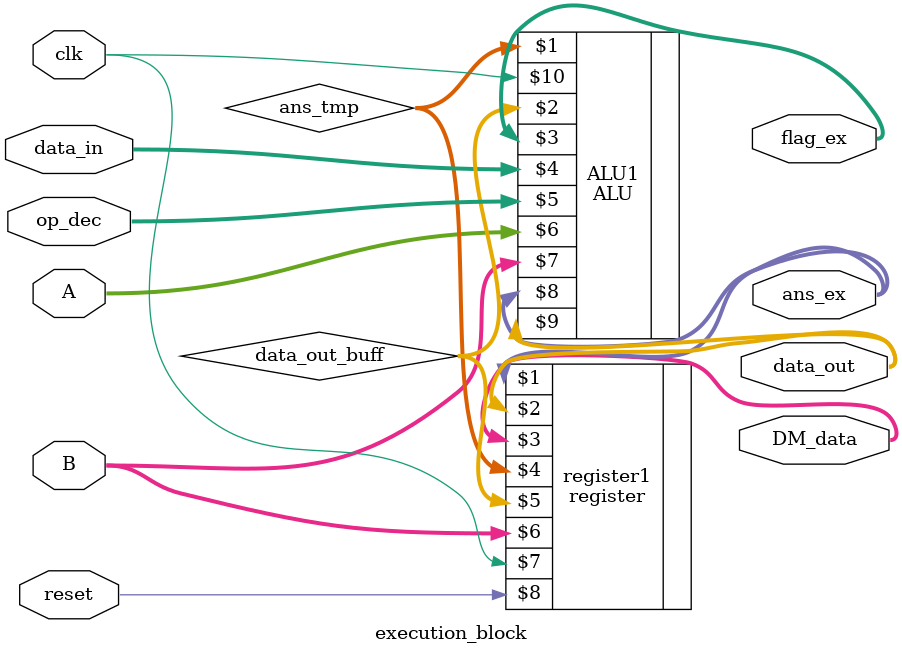
<source format=v>
`timescale 1ns / 1ps
module execution_block(
    output [7:0] ans_ex,
    output [7:0] DM_data,
    output [7:0] data_out,
    output [3:0] flag_ex,
    input [7:0] A,
    input [7:0] B,
	 input [7:0] data_in,
    input [4:0] op_dec,
    input clk,
    input reset
    );
	
		wire [7:0] ans_tmp, data_out_buff;
		ALU ALU1(ans_tmp, data_out_buff, flag_ex, data_in, op_dec, A, B, ans_ex, data_out,clk);		// Instance of ALU module
		register register1(ans_ex, data_out, DM_data, ans_tmp, data_out_buff, B, clk, reset);	// Instance of register block

endmodule

</source>
